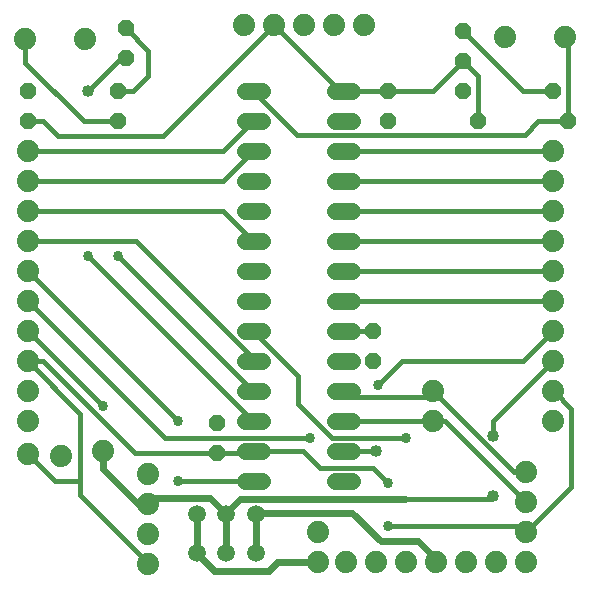
<source format=gbr>
G04 EAGLE Gerber RS-274X export*
G75*
%MOMM*%
%FSLAX34Y34*%
%LPD*%
%INTop Copper*%
%IPPOS*%
%AMOC8*
5,1,8,0,0,1.08239X$1,22.5*%
G01*
%ADD10P,1.539592X8X292.500000*%
%ADD11P,1.539592X8X112.500000*%
%ADD12P,1.539592X8X22.500000*%
%ADD13P,1.539592X8X202.500000*%
%ADD14C,1.422400*%
%ADD15C,1.879600*%
%ADD16C,1.509600*%
%ADD17C,0.609600*%
%ADD18C,0.406400*%
%ADD19C,0.858000*%
%ADD20C,1.016000*%


D10*
X330200Y419100D03*
X330200Y393700D03*
D11*
X185420Y113030D03*
X185420Y138430D03*
D10*
X317500Y215900D03*
X317500Y190500D03*
D11*
X393700Y444500D03*
X393700Y469900D03*
X107950Y447040D03*
X107950Y472440D03*
D12*
X393700Y419100D03*
X469900Y419100D03*
X25400Y419100D03*
X101600Y419100D03*
D13*
X482600Y393700D03*
X406400Y393700D03*
X101600Y393700D03*
X25400Y393700D03*
D14*
X208788Y419100D02*
X223012Y419100D01*
X223012Y393700D02*
X208788Y393700D01*
X208788Y368300D02*
X223012Y368300D01*
X223012Y342900D02*
X208788Y342900D01*
X208788Y317500D02*
X223012Y317500D01*
X223012Y292100D02*
X208788Y292100D01*
X208788Y266700D02*
X223012Y266700D01*
X223012Y241300D02*
X208788Y241300D01*
X208788Y215900D02*
X223012Y215900D01*
X223012Y190500D02*
X208788Y190500D01*
X208788Y165100D02*
X223012Y165100D01*
X223012Y139700D02*
X208788Y139700D01*
X208788Y114300D02*
X223012Y114300D01*
X223012Y88900D02*
X208788Y88900D01*
X284988Y88900D02*
X299212Y88900D01*
X299212Y114300D02*
X284988Y114300D01*
X284988Y139700D02*
X299212Y139700D01*
X299212Y165100D02*
X284988Y165100D01*
X284988Y190500D02*
X299212Y190500D01*
X299212Y215900D02*
X284988Y215900D01*
X284988Y241300D02*
X299212Y241300D01*
X299212Y266700D02*
X284988Y266700D01*
X284988Y292100D02*
X299212Y292100D01*
X299212Y317500D02*
X284988Y317500D01*
X284988Y342900D02*
X299212Y342900D01*
X299212Y368300D02*
X284988Y368300D01*
X284988Y393700D02*
X299212Y393700D01*
X299212Y419100D02*
X284988Y419100D01*
D15*
X368300Y165100D03*
X368300Y139700D03*
X469900Y368300D03*
X469900Y342900D03*
X469900Y317500D03*
X469900Y292100D03*
X469900Y266700D03*
X469900Y241300D03*
X469900Y215900D03*
X469900Y190500D03*
X469900Y165100D03*
X469900Y139700D03*
X25400Y241300D03*
X25400Y215900D03*
X25400Y190500D03*
X25400Y165100D03*
X25400Y139700D03*
X25400Y368300D03*
X25400Y342900D03*
X25400Y317500D03*
X25400Y292100D03*
X25400Y266700D03*
X25400Y111760D03*
X53340Y110490D03*
X88900Y114300D03*
X270510Y45720D03*
X270510Y20320D03*
D16*
X168040Y60950D03*
X193040Y60950D03*
X218040Y60950D03*
X218040Y27950D03*
X193040Y27950D03*
X168040Y27950D03*
D15*
X127000Y19050D03*
X127000Y44450D03*
X127000Y69850D03*
X127000Y95250D03*
X421640Y20320D03*
X396240Y20320D03*
X370840Y20320D03*
X345440Y20320D03*
X320040Y20320D03*
X294640Y20320D03*
X208280Y474980D03*
X233680Y474980D03*
X259080Y474980D03*
X284480Y474980D03*
X309880Y474980D03*
X447040Y20320D03*
X447040Y45720D03*
X447040Y71120D03*
X447040Y96520D03*
X480060Y464820D03*
X429260Y464820D03*
X22860Y463550D03*
X73660Y463550D03*
D17*
X168040Y60950D02*
X168040Y27950D01*
X236220Y20320D02*
X270510Y20320D01*
X236220Y20320D02*
X229108Y13208D01*
X182782Y13208D02*
X168040Y27950D01*
X182782Y13208D02*
X229108Y13208D01*
D18*
X214630Y113030D02*
X185420Y113030D01*
X214630Y113030D02*
X215900Y114300D01*
X292100Y419100D02*
X330200Y419100D01*
X38100Y393700D02*
X25400Y393700D01*
X38100Y393700D02*
X50800Y381000D01*
X233680Y474980D02*
X289560Y419100D01*
X292100Y419100D01*
X368300Y419100D02*
X393700Y444500D01*
X368300Y419100D02*
X330200Y419100D01*
X139700Y381000D02*
X50800Y381000D01*
X139700Y381000D02*
X233680Y474980D01*
X38100Y190500D02*
X115570Y113030D01*
X38100Y190500D02*
X25400Y190500D01*
X115570Y113030D02*
X185420Y113030D01*
X469900Y165100D02*
X470440Y165100D01*
X485394Y150146D01*
X485394Y84074D01*
X447040Y45720D01*
X69596Y146304D02*
X25400Y190500D01*
X127000Y19780D02*
X127000Y19050D01*
X69596Y88900D02*
X69596Y146304D01*
X69596Y88900D02*
X69596Y77184D01*
X127000Y19780D01*
X215900Y114300D02*
X258428Y114300D01*
X272398Y100330D01*
X317500Y100330D02*
X330200Y87630D01*
X317500Y100330D02*
X272398Y100330D01*
D19*
X330200Y87630D03*
X330200Y50800D03*
D18*
X441960Y50800D01*
X447040Y45720D01*
X406400Y431800D02*
X393700Y444500D01*
X406400Y431800D02*
X406400Y393700D01*
X48260Y88900D02*
X25400Y111760D01*
X48260Y88900D02*
X69596Y88900D01*
D17*
X218040Y60950D02*
X218040Y27950D01*
X218040Y60950D02*
X219320Y62230D01*
X299720Y62230D02*
X323850Y38100D01*
X355600Y38100D02*
X370840Y22860D01*
X370840Y20320D01*
X299720Y62230D02*
X219320Y62230D01*
X323850Y38100D02*
X355600Y38100D01*
D18*
X444500Y419100D02*
X393700Y469900D01*
X444500Y419100D02*
X469900Y419100D01*
X317500Y215900D02*
X292100Y215900D01*
X252730Y382270D02*
X215900Y419100D01*
X252730Y382270D02*
X445770Y382270D01*
X457200Y393700D01*
X482600Y393700D01*
X482600Y462280D02*
X480060Y464820D01*
X482600Y462280D02*
X482600Y393700D01*
X127000Y453390D02*
X107950Y472440D01*
X127000Y453390D02*
X127000Y431800D01*
X114300Y419100D01*
X101600Y419100D01*
X76200Y279400D02*
X215900Y139700D01*
D19*
X76200Y279400D03*
D18*
X104140Y447040D02*
X107950Y447040D01*
D20*
X76316Y419216D03*
D18*
X104140Y447040D01*
X72390Y393700D02*
X22860Y443230D01*
X22860Y463550D01*
X72390Y393700D02*
X101600Y393700D01*
D19*
X101600Y279400D03*
D18*
X215900Y165100D01*
X292100Y165100D02*
X297180Y160020D01*
X363220Y160020D01*
X368300Y165100D01*
X436880Y96520D01*
X447040Y96520D01*
X368300Y139700D02*
X292100Y139700D01*
X368300Y139700D02*
X378460Y139700D01*
X447040Y71120D01*
D19*
X345440Y125730D03*
D18*
X254000Y177800D02*
X215900Y215900D01*
X254000Y154288D02*
X282558Y125730D01*
X254000Y154288D02*
X254000Y177800D01*
X282558Y125730D02*
X345440Y125730D01*
X292100Y266700D02*
X469900Y266700D01*
X469900Y241300D02*
X292100Y241300D01*
X190500Y368300D02*
X25400Y368300D01*
X190500Y368300D02*
X215900Y393700D01*
X190500Y342900D02*
X25400Y342900D01*
X190500Y342900D02*
X215900Y368300D01*
X190500Y317500D02*
X25400Y317500D01*
X190500Y317500D02*
X215900Y292100D01*
X116783Y292100D02*
X25400Y292100D01*
X116783Y292100D02*
X215900Y192983D01*
X215900Y190500D01*
X215900Y88900D02*
X152400Y88900D01*
D19*
X152400Y88900D03*
X152400Y139700D03*
D18*
X25400Y266700D01*
X140970Y125730D02*
X264160Y125730D01*
X140970Y125730D02*
X25400Y241300D01*
D19*
X264160Y125730D03*
D18*
X444500Y190500D02*
X469900Y215900D01*
D19*
X321310Y170180D03*
D18*
X341630Y190500D01*
X444500Y190500D01*
X320040Y114300D02*
X292100Y114300D01*
D20*
X320040Y114300D03*
D18*
X292100Y292100D02*
X469900Y292100D01*
X469900Y317500D02*
X292100Y317500D01*
X292100Y342900D02*
X469900Y342900D01*
X469900Y368300D02*
X292100Y368300D01*
D17*
X193040Y60950D02*
X193040Y27950D01*
X132080Y74930D02*
X127000Y69850D01*
X132080Y74930D02*
X179060Y74930D01*
X193040Y60950D01*
X127000Y69850D02*
X118110Y69850D01*
X88900Y99060D01*
X88900Y114300D01*
X193040Y62220D02*
X193040Y60950D01*
X193040Y62220D02*
X204652Y73832D01*
X344170Y73832D01*
D18*
X88900Y152400D02*
X25400Y215900D01*
D19*
X88900Y152400D03*
D18*
X419100Y139700D02*
X469900Y190500D01*
X419100Y139700D02*
X419100Y127000D01*
X419216Y127116D01*
D20*
X419216Y127116D03*
X419100Y76200D03*
D18*
X416732Y73832D01*
X344170Y73832D01*
M02*

</source>
